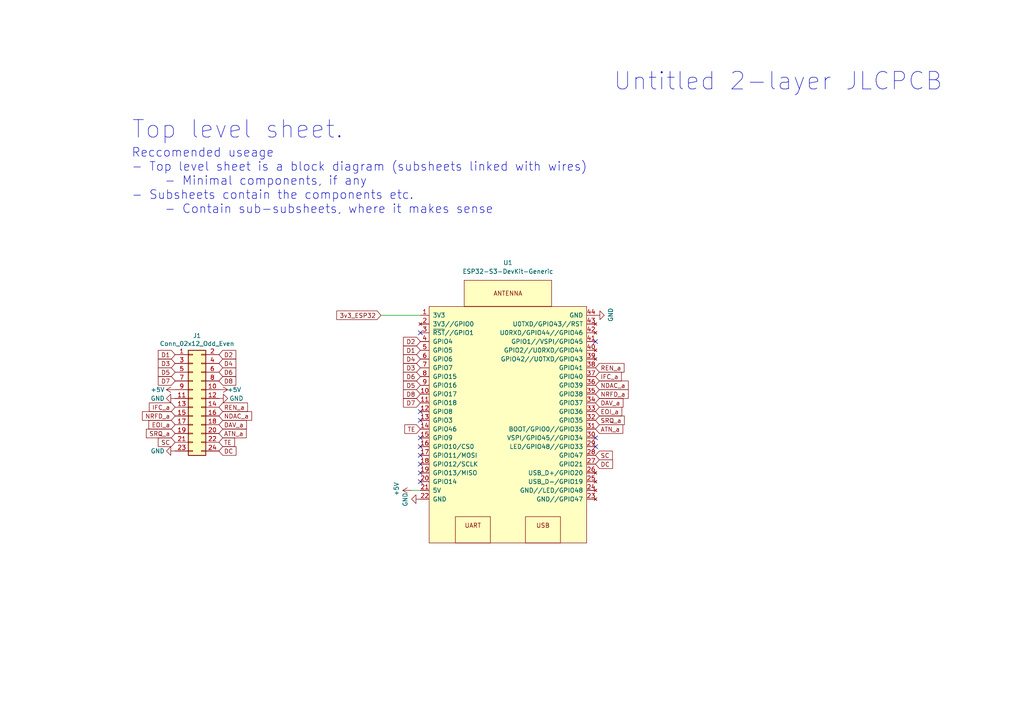
<source format=kicad_sch>
(kicad_sch (version 20230121) (generator eeschema)
  (paper "A4")
  (title_block (title "Untitled 2-layer JLCPCB") (date "1984/04/01") (rev "v1.0.0") (company "(c)") (comment 1 "Drawn by:") (comment 2 "Check by:"))
  (lib_symbols
    (symbol "Connector_Generic:Conn_02x12_Odd_Even" (pin_names (offset 1.016) hide)
      (property "Reference" "J" (at 1.27 15.24 0))
      (property "Value" "Conn_02x12_Odd_Even" (at 1.27 -17.78 0))
      (symbol "Conn_02x12_Odd_Even_1_1"
        (rectangle (start -1.27 -15.113) (end 0 -15.367) (stroke (width 0.1524)))
        (rectangle (start -1.27 -12.573) (end 0 -12.827) (stroke (width 0.1524)))
        (rectangle (start -1.27 -10.033) (end 0 -10.287) (stroke (width 0.1524)))
        (rectangle (start -1.27 -7.493) (end 0 -7.747) (stroke (width 0.1524)))
        (rectangle (start -1.27 -4.953) (end 0 -5.207) (stroke (width 0.1524)))
        (rectangle (start -1.27 -2.413) (end 0 -2.667) (stroke (width 0.1524)))
        (rectangle (start -1.27 0.127) (end 0 -0.127) (stroke (width 0.1524)))
        (rectangle (start -1.27 2.667) (end 0 2.413) (stroke (width 0.1524)))
        (rectangle (start -1.27 5.207) (end 0 4.953) (stroke (width 0.1524)))
        (rectangle (start -1.27 7.747) (end 0 7.493) (stroke (width 0.1524)))
        (rectangle (start -1.27 10.287) (end 0 10.033) (stroke (width 0.1524)))
        (rectangle (start -1.27 12.827) (end 0 12.573) (stroke (width 0.1524)))
        (rectangle (start -1.27 13.97) (end 3.81 -16.51) (stroke (width 0.254)) (fill (type background)))
        (rectangle (start 3.81 -15.113) (end 2.54 -15.367) (stroke (width 0.1524)))
        (rectangle (start 3.81 -12.573) (end 2.54 -12.827) (stroke (width 0.1524)))
        (rectangle (start 3.81 -10.033) (end 2.54 -10.287) (stroke (width 0.1524)))
        (rectangle (start 3.81 -7.493) (end 2.54 -7.747) (stroke (width 0.1524)))
        (rectangle (start 3.81 -4.953) (end 2.54 -5.207) (stroke (width 0.1524)))
        (rectangle (start 3.81 -2.413) (end 2.54 -2.667) (stroke (width 0.1524)))
        (rectangle (start 3.81 0.127) (end 2.54 -0.127) (stroke (width 0.1524)))
        (rectangle (start 3.81 2.667) (end 2.54 2.413) (stroke (width 0.1524)))
        (rectangle (start 3.81 5.207) (end 2.54 4.953) (stroke (width 0.1524)))
        (rectangle (start 3.81 7.747) (end 2.54 7.493) (stroke (width 0.1524)))
        (rectangle (start 3.81 10.287) (end 2.54 10.033) (stroke (width 0.1524)))
        (rectangle (start 3.81 12.827) (end 2.54 12.573) (stroke (width 0.1524)))
        (pin passive line (at -5.08 12.7 0) (length 3.81) (name "Pin_1") (number "1"))
        (pin passive line (at 7.62 2.54 180) (length 3.81) (name "Pin_10") (number "10"))
        (pin passive line (at -5.08 0 0) (length 3.81) (name "Pin_11") (number "11"))
        (pin passive line (at 7.62 0 180) (length 3.81) (name "Pin_12") (number "12"))
        (pin passive line (at -5.08 -2.54 0) (length 3.81) (name "Pin_13") (number "13"))
        (pin passive line (at 7.62 -2.54 180) (length 3.81) (name "Pin_14") (number "14"))
        (pin passive line (at -5.08 -5.08 0) (length 3.81) (name "Pin_15") (number "15"))
        (pin passive line (at 7.62 -5.08 180) (length 3.81) (name "Pin_16") (number "16"))
        (pin passive line (at -5.08 -7.62 0) (length 3.81) (name "Pin_17") (number "17"))
        (pin passive line (at 7.62 -7.62 180) (length 3.81) (name "Pin_18") (number "18"))
        (pin passive line (at -5.08 -10.16 0) (length 3.81) (name "Pin_19") (number "19"))
        (pin passive line (at 7.62 12.7 180) (length 3.81) (name "Pin_2") (number "2"))
        (pin passive line (at 7.62 -10.16 180) (length 3.81) (name "Pin_20") (number "20"))
        (pin passive line (at -5.08 -12.7 0) (length 3.81) (name "Pin_21") (number "21"))
        (pin passive line (at 7.62 -12.7 180) (length 3.81) (name "Pin_22") (number "22"))
        (pin passive line (at -5.08 -15.24 0) (length 3.81) (name "Pin_23") (number "23"))
        (pin passive line (at 7.62 -15.24 180) (length 3.81) (name "Pin_24") (number "24"))
        (pin passive line (at -5.08 10.16 0) (length 3.81) (name "Pin_3") (number "3"))
        (pin passive line (at 7.62 10.16 180) (length 3.81) (name "Pin_4") (number "4"))
        (pin passive line (at -5.08 7.62 0) (length 3.81) (name "Pin_5") (number "5"))
        (pin passive line (at 7.62 7.62 180) (length 3.81) (name "Pin_6") (number "6"))
        (pin passive line (at -5.08 5.08 0) (length 3.81) (name "Pin_7") (number "7"))
        (pin passive line (at 7.62 5.08 180) (length 3.81) (name "Pin_8") (number "8"))
        (pin passive line (at -5.08 2.54 0) (length 3.81) (name "Pin_9") (number "9"))
      )
    )
    (symbol "MCU_Espressif_custom:ESP32-S3-DevKit-Generic" (pin_names (offset 1.016))
      (property "Reference" "U?" (at -17.78 45.72 0))
      (property "Value" "ESP32-S3-DevKit-Generic" (at 0 -15.24 0))
      (symbol "ESP32-S3-DevKit-Generic_0_0"
        (text "ANTENNA" (at 0 46.99 0) (effects (font (size 1.27 1.27))))
        (text "UART" (at -10.16 -20.32 0) (effects (font (size 1.27 1.27))))
        (text "USB" (at 10.16 -20.32 0) (effects (font (size 1.27 1.27))))
        (pin bidirectional line (at -25.4 7.62 0) (length 2.54) (name "GPIO46") (number "14"))
        (pin no_connect line (at 25.4 27.94 180) (length 2.54) (name "GPIO42//U0TXD/GPIO43") (number "39"))
        (pin no_connect line (at 25.4 30.48 180) (length 2.54) (name "GPIO2//U0RXD/GPIO44") (number "40"))
        (pin output line (at 25.4 33.02 180) (length 2.54) (name "GPIO1//VSPI/GPIO45") (number "41"))
        (pin no_connect line (at 25.4 35.56 180) (length 2.54) (name "U0RXD/GPIO44//GPIO46") (number "42"))
        (pin no_connect line (at 25.4 38.1 180) (length 2.54) (name "U0TXD/GPIO43//RST") (number "43"))
        (pin power_in line (at 25.4 40.64 180) (length 2.54) (name "GND") (number "44"))
      )
      (symbol "ESP32-S3-DevKit-Generic_0_1"
        (rectangle (start -22.86 43.18) (end 22.86 -25.4) (fill (type background)))
        (rectangle (start -15.24 -17.78) (end -5.08 -25.4))
        (rectangle (start -12.7 50.8) (end 12.7 43.18) (fill (type background)))
        (rectangle (start 5.08 -17.78) (end 15.24 -25.4))
        (pin no_connect line (at -25.4 38.1 0) (length 2.54) (name "3V3//GPIO0") (number "2"))
      )
      (symbol "ESP32-S3-DevKit-Generic_1_0"
        (pin bidirectional line (at -25.4 -5.08 0) (length 2.54) (name "GPIO13/MISO") (number "19"))
      )
      (symbol "ESP32-S3-DevKit-Generic_1_1"
        (pin passive line (at -25.4 40.64 0) (length 2.54) (name "3V3") (number "1"))
        (pin bidirectional line (at -25.4 17.78 0) (length 2.54) (name "GPIO17") (number "10"))
        (pin bidirectional line (at -25.4 15.24 0) (length 2.54) (name "GPIO18") (number "11"))
        (pin bidirectional line (at -25.4 12.7 0) (length 2.54) (name "GPIO8") (number "12"))
        (pin bidirectional line (at -25.4 10.16 0) (length 2.54) (name "GPIO3") (number "13"))
        (pin bidirectional line (at -25.4 5.08 0) (length 2.54) (name "GPIO9") (number "15"))
        (pin bidirectional line (at -25.4 2.54 0) (length 2.54) (name "GPIO10/CS0") (number "16"))
        (pin bidirectional line (at -25.4 0 0) (length 2.54) (name "GPIO11/MOSI") (number "17"))
        (pin bidirectional line (at -25.4 -2.54 0) (length 2.54) (name "GPIO12/SCLK") (number "18"))
        (pin bidirectional line (at -25.4 -7.62 0) (length 2.54) (name "GPIO14") (number "20"))
        (pin power_in line (at -25.4 -10.16 0) (length 2.54) (name "5V") (number "21"))
        (pin power_in line (at -25.4 -12.7 0) (length 2.54) (name "GND") (number "22"))
        (pin no_connect line (at 25.4 -12.7 180) (length 2.54) (name "GND//GPIO47") (number "23"))
        (pin no_connect line (at 25.4 -10.16 180) (length 2.54) (name "GND//LED/GPIO48") (number "24"))
        (pin no_connect line (at 25.4 -7.62 180) (length 2.54) (name "USB_D-/GPIO19") (number "25"))
        (pin no_connect line (at 25.4 -5.08 180) (length 2.54) (name "USB_D+/GPIO20") (number "26"))
        (pin bidirectional line (at 25.4 -2.54 180) (length 2.54) (name "GPIO21") (number "27"))
        (pin bidirectional line (at 25.4 0 180) (length 2.54) (name "GPIO47") (number "28"))
        (pin bidirectional line (at 25.4 2.54 180) (length 2.54) (name "LED/GPIO48//GPIO33") (number "29"))
        (pin output line (at -25.4 35.56 0) (length 2.54) (name "~{RST}//GPIO1") (number "3"))
        (pin output line (at 25.4 5.08 180) (length 2.54) (name "VSPI/GPIO45//GPIO34") (number "30"))
        (pin output line (at 25.4 7.62 180) (length 2.54) (name "BOOT/GPIO0//GPIO35") (number "31"))
        (pin bidirectional line (at 25.4 10.16 180) (length 2.54) (name "GPIO35") (number "32"))
        (pin bidirectional line (at 25.4 12.7 180) (length 2.54) (name "GPIO36") (number "33"))
        (pin bidirectional line (at 25.4 15.24 180) (length 2.54) (name "GPIO37") (number "34"))
        (pin bidirectional line (at 25.4 17.78 180) (length 2.54) (name "GPIO38") (number "35"))
        (pin bidirectional line (at 25.4 20.32 180) (length 2.54) (name "GPIO39") (number "36"))
        (pin bidirectional line (at 25.4 22.86 180) (length 2.54) (name "GPIO40") (number "37"))
        (pin bidirectional line (at 25.4 25.4 180) (length 2.54) (name "GPIO41") (number "38"))
        (pin bidirectional line (at -25.4 33.02 0) (length 2.54) (name "GPIO4") (number "4"))
        (pin bidirectional line (at -25.4 30.48 0) (length 2.54) (name "GPIO5") (number "5"))
        (pin bidirectional line (at -25.4 27.94 0) (length 2.54) (name "GPIO6") (number "6"))
        (pin bidirectional line (at -25.4 25.4 0) (length 2.54) (name "GPIO7") (number "7"))
        (pin bidirectional line (at -25.4 22.86 0) (length 2.54) (name "GPIO15") (number "8"))
        (pin bidirectional line (at -25.4 20.32 0) (length 2.54) (name "GPIO16") (number "9"))
      )
    )
    (symbol "power:+5V" (power) (pin_names (offset 0))
      (property "Value" "+5V" (at 0 3.556 0))
      (symbol "+5V_0_1"
        (polyline (pts (xy -0.762 1.27) (xy 0 2.54)))
        (polyline (pts (xy 0 0) (xy 0 2.54)))
        (polyline (pts (xy 0 2.54) (xy 0.762 1.27)))
      )
      (symbol "+5V_1_1"
        (pin power_in line (at 0 0 90) (length 0) hide (name "+5V") (number "1"))
      )
    )
    (symbol "power:GND" (power) (pin_names (offset 0))
      (property "Value" "GND" (at 0 -3.81 0))
      (symbol "GND_0_1"
        (polyline (pts (xy 0 0) (xy 0 -1.27) (xy 1.27 -1.27) (xy 0 -2.54) (xy -1.27 -1.27) (xy 0 -1.27)))
      )
      (symbol "GND_1_1"
        (pin power_in line (at 0 0 270) (length 0) hide (name "GND") (number "1"))
      )
    )
  )
  (no_connect (at 121.92 139.7))
  (no_connect (at 121.92 137.16))
  (no_connect (at 121.92 129.54))
  (no_connect (at 121.92 134.62))
  (no_connect (at 172.72 129.54))
  (no_connect (at 172.72 127))
  (no_connect (at 121.92 119.38))
  (no_connect (at 121.92 96.52))
  (no_connect (at 121.92 121.92))
  (no_connect (at 172.72 99.06))
  (no_connect (at 121.92 132.08))
  (no_connect (at 121.92 127))
  (wire (pts (xy 110.49 91.44) (xy 121.92 91.44)))
  (wire (pts (xy 119.38 142.24) (xy 121.92 142.24)))
  (text "Top level sheet." (at 38.1 40.64 0) (effects (font (size 5.08 5.08)) (justify left bottom)))
  (text "${TITLE}" (at 177.8 26.67 0) (effects (font (size 5.08 5.08)) (justify left bottom)))
  (text "Reccomended useage\n- Top level sheet is a block diagram (subsheets linked with wires)\n	- Minimal components, if any\n- Subsheets contain the components etc.\n	- Contain sub-subsheets, where it makes sense" (at 38.1 62.23 0) (effects (font (size 2.54 2.54)) (justify left bottom)))
  (global_label "NDAC_a" (shape input) (at 172.72 111.76 0) (property "Intersheetrefs" "${INTERSHEET_REFS}" (effects hide)))
  (global_label "ATN_a" (shape input) (at 63.5 125.73 0) (property "Intersheetrefs" "${INTERSHEET_REFS}" (effects hide)))
  (global_label "SC" (shape input) (at 172.72 132.08 0) (property "Intersheetrefs" "${INTERSHEET_REFS}" (effects hide)))
  (global_label "D4" (shape input) (at 63.5 105.41 0) (property "Intersheetrefs" "${INTERSHEET_REFS}" (effects hide)))
  (global_label "NRFD_a" (shape input) (at 172.72 114.3 0) (property "Intersheetrefs" "${INTERSHEET_REFS}" (effects hide)))
  (global_label "DAV_a" (shape input) (at 172.72 116.84 0) (property "Intersheetrefs" "${INTERSHEET_REFS}" (effects hide)))
  (global_label "D5" (shape input) (at 121.92 111.76 180) (property "Intersheetrefs" "${INTERSHEET_REFS}" (effects hide)))
  (global_label "D2" (shape input) (at 63.5 102.87 0) (property "Intersheetrefs" "${INTERSHEET_REFS}" (effects hide)))
  (global_label "NDAC_a" (shape input) (at 63.5 120.65 0) (property "Intersheetrefs" "${INTERSHEET_REFS}" (effects hide)))
  (global_label "D3" (shape input) (at 121.92 106.68 180) (property "Intersheetrefs" "${INTERSHEET_REFS}" (effects hide)))
  (global_label "DC" (shape input) (at 63.5 130.81 0) (property "Intersheetrefs" "${INTERSHEET_REFS}" (effects hide)))
  (global_label "D8" (shape input) (at 121.92 114.3 180) (property "Intersheetrefs" "${INTERSHEET_REFS}" (effects hide)))
  (global_label "D6" (shape input) (at 121.92 109.22 180) (property "Intersheetrefs" "${INTERSHEET_REFS}" (effects hide)))
  (global_label "IFC_a" (shape input) (at 172.72 109.22 0) (property "Intersheetrefs" "${INTERSHEET_REFS}" (effects hide)))
  (global_label "D6" (shape input) (at 63.5 107.95 0) (property "Intersheetrefs" "${INTERSHEET_REFS}" (effects hide)))
  (global_label "D1" (shape input) (at 121.92 101.6 180) (property "Intersheetrefs" "${INTERSHEET_REFS}" (effects hide)))
  (global_label "D3" (shape input) (at 50.8 105.41 180) (property "Intersheetrefs" "${INTERSHEET_REFS}" (effects hide)))
  (global_label "EOI_a" (shape input) (at 172.72 119.38 0) (property "Intersheetrefs" "${INTERSHEET_REFS}" (effects hide)))
  (global_label "D4" (shape input) (at 121.92 104.14 180) (property "Intersheetrefs" "${INTERSHEET_REFS}" (effects hide)))
  (global_label "REN_a" (shape input) (at 63.5 118.11 0) (property "Intersheetrefs" "${INTERSHEET_REFS}" (effects hide)))
  (global_label "D5" (shape input) (at 50.8 107.95 180) (property "Intersheetrefs" "${INTERSHEET_REFS}" (effects hide)))
  (global_label "D1" (shape input) (at 50.8 102.87 180) (property "Intersheetrefs" "${INTERSHEET_REFS}" (effects hide)))
  (global_label "DC" (shape input) (at 172.72 134.62 0) (property "Intersheetrefs" "${INTERSHEET_REFS}" (effects hide)))
  (global_label "REN_a" (shape input) (at 172.72 106.68 0) (property "Intersheetrefs" "${INTERSHEET_REFS}" (effects hide)))
  (global_label "3v3_ESP32" (shape input) (at 110.49 91.44 180) (property "Intersheetrefs" "${INTERSHEET_REFS}" (effects hide)))
  (global_label "EOI_a" (shape input) (at 50.8 123.19 180) (property "Intersheetrefs" "${INTERSHEET_REFS}" (effects hide)))
  (global_label "TE" (shape input) (at 63.5 128.27 0) (property "Intersheetrefs" "${INTERSHEET_REFS}" (effects hide)))
  (global_label "SRQ_a" (shape input) (at 50.8 125.73 180) (property "Intersheetrefs" "${INTERSHEET_REFS}" (effects hide)))
  (global_label "D7" (shape input) (at 50.8 110.49 180) (property "Intersheetrefs" "${INTERSHEET_REFS}" (effects hide)))
  (global_label "D7" (shape input) (at 121.92 116.84 180) (property "Intersheetrefs" "${INTERSHEET_REFS}" (effects hide)))
  (global_label "SRQ_a" (shape input) (at 172.72 121.92 0) (property "Intersheetrefs" "${INTERSHEET_REFS}" (effects hide)))
  (global_label "D2" (shape input) (at 121.92 99.06 180) (property "Intersheetrefs" "${INTERSHEET_REFS}" (effects hide)))
  (global_label "D8" (shape input) (at 63.5 110.49 0) (property "Intersheetrefs" "${INTERSHEET_REFS}" (effects hide)))
  (global_label "SC" (shape input) (at 50.8 128.27 180) (property "Intersheetrefs" "${INTERSHEET_REFS}" (effects hide)))
  (global_label "ATN_a" (shape input) (at 172.72 124.46 0) (property "Intersheetrefs" "${INTERSHEET_REFS}" (effects hide)))
  (global_label "DAV_a" (shape input) (at 63.5 123.19 0) (property "Intersheetrefs" "${INTERSHEET_REFS}" (effects hide)))
  (global_label "NRFD_a" (shape input) (at 50.8 120.65 180) (property "Intersheetrefs" "${INTERSHEET_REFS}" (effects hide)))
  (global_label "TE" (shape input) (at 121.92 124.46 180) (property "Intersheetrefs" "${INTERSHEET_REFS}" (effects hide)))
  (global_label "IFC_a" (shape input) (at 50.8 118.11 180) (property "Intersheetrefs" "${INTERSHEET_REFS}" (effects hide)))
  (symbol (lib_id "Connector_Generic:Conn_02x12_Odd_Even") (at 55.88 115.57 0) (unit 1)
    (property "Reference" "J1" (at 57.15 97.3582 0))
    (property "Value" "Conn_02x12_Odd_Even" (at 57.15 99.6696 0))
    (property "Footprint" "Connector_PinHeader_2.54mm:PinHeader_2x12_P2.54mm_Vertical" (effects hide))
  )
  (symbol (lib_id "power:+5V") (at 63.5 113.03 270) (unit 1)
    (property "Reference" "#PWR04" (effects hide))
    (property "Value" "+5V" (at 67.945 113.03 90))
  )
  (symbol (lib_id "power:GND") (at 63.5 115.57 90) (unit 1)
    (property "Reference" "#PWR05" (effects hide))
    (property "Value" "GND" (at 68.58 115.57 90))
  )
  (symbol (lib_id "power:+5V") (at 119.38 142.24 90) (unit 1)
    (property "Reference" "#PWR06" (effects hide))
    (property "Value" "+5V" (at 114.9858 141.859 0))
  )
  (symbol (lib_id "power:+5V") (at 50.8 113.03 90) (unit 1)
    (property "Reference" "#PWR01" (effects hide))
    (property "Value" "+5V" (at 45.72 113.03 90))
  )
  (symbol (lib_id "power:GND") (at 121.92 144.78 270) (unit 1)
    (property "Reference" "#PWR07" (effects hide))
    (property "Value" "GND" (at 117.5258 144.907 0))
  )
  (symbol (lib_id "power:GND") (at 50.8 130.81 270) (unit 1)
    (property "Reference" "#PWR03" (effects hide))
    (property "Value" "GND" (at 45.72 130.81 90))
  )
  (symbol (lib_id "power:GND") (at 50.8 115.57 270) (unit 1)
    (property "Reference" "#PWR02" (effects hide))
    (property "Value" "GND" (at 45.72 115.57 90))
  )
  (symbol (lib_id "power:GND") (at 172.72 91.44 90) (unit 1)
    (property "Reference" "#PWR08" (effects hide))
    (property "Value" "GND" (at 177.1142 91.313 0))
  )
  (symbol (lib_id "MCU_Espressif_custom:ESP32-S3-DevKit-Generic") (at 147.32 132.08 0) (unit 1)
    (property "Reference" "U1" (at 147.32 76.2 0))
    (property "Value" "ESP32-S3-DevKit-Generic" (at 147.32 78.74 0))
    (property "Footprint" "Module_custom:ESP32-S3-DevKitC-universal" (effects hide))
  )
)
</source>
